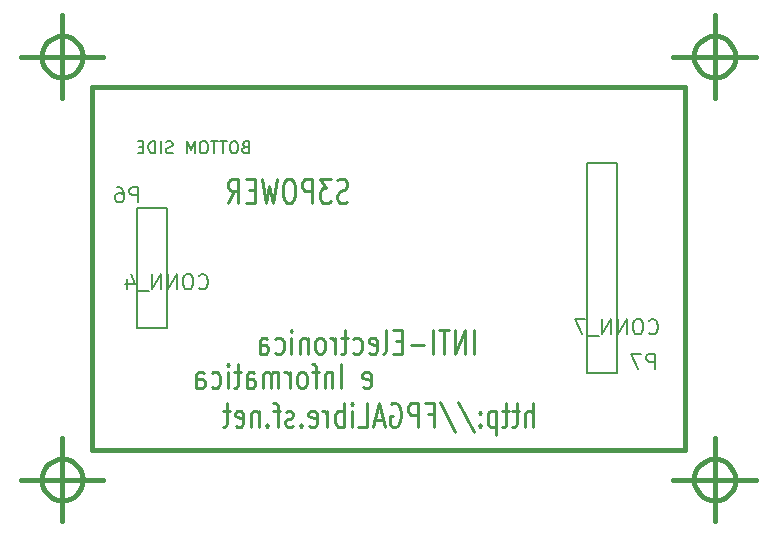
<source format=gbo>
G04 (created by PCBNEW-RS274X (2010-03-14)-final) date mar 08 nov 2011 08:15:05 ART*
G01*
G70*
G90*
%MOIN*%
G04 Gerber Fmt 3.4, Leading zero omitted, Abs format*
%FSLAX34Y34*%
G04 APERTURE LIST*
%ADD10C,0.000100*%
%ADD11C,0.010000*%
%ADD12C,0.006600*%
%ADD13C,0.015000*%
%ADD14C,0.005000*%
%ADD15C,0.008000*%
G04 APERTURE END LIST*
G54D10*
G54D11*
X42142Y-21156D02*
X42199Y-21194D01*
X42313Y-21194D01*
X42370Y-21156D01*
X42399Y-21080D01*
X42399Y-20775D01*
X42370Y-20699D01*
X42313Y-20660D01*
X42199Y-20660D01*
X42142Y-20699D01*
X42113Y-20775D01*
X42113Y-20851D01*
X42399Y-20927D01*
X41399Y-21194D02*
X41399Y-20394D01*
X41113Y-20660D02*
X41113Y-21194D01*
X41113Y-20737D02*
X41085Y-20699D01*
X41027Y-20660D01*
X40942Y-20660D01*
X40885Y-20699D01*
X40856Y-20775D01*
X40856Y-21194D01*
X40656Y-20660D02*
X40427Y-20660D01*
X40570Y-21194D02*
X40570Y-20508D01*
X40542Y-20432D01*
X40484Y-20394D01*
X40427Y-20394D01*
X40141Y-21194D02*
X40199Y-21156D01*
X40227Y-21118D01*
X40256Y-21041D01*
X40256Y-20813D01*
X40227Y-20737D01*
X40199Y-20699D01*
X40141Y-20660D01*
X40056Y-20660D01*
X39999Y-20699D01*
X39970Y-20737D01*
X39941Y-20813D01*
X39941Y-21041D01*
X39970Y-21118D01*
X39999Y-21156D01*
X40056Y-21194D01*
X40141Y-21194D01*
X39684Y-21194D02*
X39684Y-20660D01*
X39684Y-20813D02*
X39656Y-20737D01*
X39627Y-20699D01*
X39570Y-20660D01*
X39513Y-20660D01*
X39313Y-21194D02*
X39313Y-20660D01*
X39313Y-20737D02*
X39285Y-20699D01*
X39227Y-20660D01*
X39142Y-20660D01*
X39085Y-20699D01*
X39056Y-20775D01*
X39056Y-21194D01*
X39056Y-20775D02*
X39027Y-20699D01*
X38970Y-20660D01*
X38885Y-20660D01*
X38827Y-20699D01*
X38799Y-20775D01*
X38799Y-21194D01*
X38256Y-21194D02*
X38256Y-20775D01*
X38285Y-20699D01*
X38342Y-20660D01*
X38456Y-20660D01*
X38513Y-20699D01*
X38256Y-21156D02*
X38313Y-21194D01*
X38456Y-21194D01*
X38513Y-21156D01*
X38542Y-21080D01*
X38542Y-21003D01*
X38513Y-20927D01*
X38456Y-20889D01*
X38313Y-20889D01*
X38256Y-20851D01*
X38056Y-20660D02*
X37827Y-20660D01*
X37970Y-20394D02*
X37970Y-21080D01*
X37942Y-21156D01*
X37884Y-21194D01*
X37827Y-21194D01*
X37627Y-21194D02*
X37627Y-20660D01*
X37627Y-20394D02*
X37656Y-20432D01*
X37627Y-20470D01*
X37599Y-20432D01*
X37627Y-20394D01*
X37627Y-20470D01*
X37084Y-21156D02*
X37141Y-21194D01*
X37255Y-21194D01*
X37313Y-21156D01*
X37341Y-21118D01*
X37370Y-21041D01*
X37370Y-20813D01*
X37341Y-20737D01*
X37313Y-20699D01*
X37255Y-20660D01*
X37141Y-20660D01*
X37084Y-20699D01*
X36570Y-21194D02*
X36570Y-20775D01*
X36599Y-20699D01*
X36656Y-20660D01*
X36770Y-20660D01*
X36827Y-20699D01*
X36570Y-21156D02*
X36627Y-21194D01*
X36770Y-21194D01*
X36827Y-21156D01*
X36856Y-21080D01*
X36856Y-21003D01*
X36827Y-20927D01*
X36770Y-20889D01*
X36627Y-20889D01*
X36570Y-20851D01*
X45831Y-20054D02*
X45831Y-19254D01*
X45545Y-20054D02*
X45545Y-19254D01*
X45202Y-20054D01*
X45202Y-19254D01*
X45002Y-19254D02*
X44659Y-19254D01*
X44830Y-20054D02*
X44830Y-19254D01*
X44459Y-20054D02*
X44459Y-19254D01*
X44173Y-19749D02*
X43716Y-19749D01*
X43430Y-19635D02*
X43230Y-19635D01*
X43144Y-20054D02*
X43430Y-20054D01*
X43430Y-19254D01*
X43144Y-19254D01*
X42801Y-20054D02*
X42859Y-20016D01*
X42887Y-19940D01*
X42887Y-19254D01*
X42345Y-20016D02*
X42402Y-20054D01*
X42516Y-20054D01*
X42573Y-20016D01*
X42602Y-19940D01*
X42602Y-19635D01*
X42573Y-19559D01*
X42516Y-19520D01*
X42402Y-19520D01*
X42345Y-19559D01*
X42316Y-19635D01*
X42316Y-19711D01*
X42602Y-19787D01*
X41802Y-20016D02*
X41859Y-20054D01*
X41973Y-20054D01*
X42031Y-20016D01*
X42059Y-19978D01*
X42088Y-19901D01*
X42088Y-19673D01*
X42059Y-19597D01*
X42031Y-19559D01*
X41973Y-19520D01*
X41859Y-19520D01*
X41802Y-19559D01*
X41631Y-19520D02*
X41402Y-19520D01*
X41545Y-19254D02*
X41545Y-19940D01*
X41517Y-20016D01*
X41459Y-20054D01*
X41402Y-20054D01*
X41202Y-20054D02*
X41202Y-19520D01*
X41202Y-19673D02*
X41174Y-19597D01*
X41145Y-19559D01*
X41088Y-19520D01*
X41031Y-19520D01*
X40745Y-20054D02*
X40803Y-20016D01*
X40831Y-19978D01*
X40860Y-19901D01*
X40860Y-19673D01*
X40831Y-19597D01*
X40803Y-19559D01*
X40745Y-19520D01*
X40660Y-19520D01*
X40603Y-19559D01*
X40574Y-19597D01*
X40545Y-19673D01*
X40545Y-19901D01*
X40574Y-19978D01*
X40603Y-20016D01*
X40660Y-20054D01*
X40745Y-20054D01*
X40288Y-19520D02*
X40288Y-20054D01*
X40288Y-19597D02*
X40260Y-19559D01*
X40202Y-19520D01*
X40117Y-19520D01*
X40060Y-19559D01*
X40031Y-19635D01*
X40031Y-20054D01*
X39745Y-20054D02*
X39745Y-19520D01*
X39745Y-19254D02*
X39774Y-19292D01*
X39745Y-19330D01*
X39717Y-19292D01*
X39745Y-19254D01*
X39745Y-19330D01*
X39202Y-20016D02*
X39259Y-20054D01*
X39373Y-20054D01*
X39431Y-20016D01*
X39459Y-19978D01*
X39488Y-19901D01*
X39488Y-19673D01*
X39459Y-19597D01*
X39431Y-19559D01*
X39373Y-19520D01*
X39259Y-19520D01*
X39202Y-19559D01*
X38688Y-20054D02*
X38688Y-19635D01*
X38717Y-19559D01*
X38774Y-19520D01*
X38888Y-19520D01*
X38945Y-19559D01*
X38688Y-20016D02*
X38745Y-20054D01*
X38888Y-20054D01*
X38945Y-20016D01*
X38974Y-19940D01*
X38974Y-19863D01*
X38945Y-19787D01*
X38888Y-19749D01*
X38745Y-19749D01*
X38688Y-19711D01*
X47799Y-22484D02*
X47799Y-21684D01*
X47542Y-22484D02*
X47542Y-22065D01*
X47571Y-21989D01*
X47628Y-21950D01*
X47713Y-21950D01*
X47771Y-21989D01*
X47799Y-22027D01*
X47342Y-21950D02*
X47113Y-21950D01*
X47256Y-21684D02*
X47256Y-22370D01*
X47228Y-22446D01*
X47170Y-22484D01*
X47113Y-22484D01*
X46999Y-21950D02*
X46770Y-21950D01*
X46913Y-21684D02*
X46913Y-22370D01*
X46885Y-22446D01*
X46827Y-22484D01*
X46770Y-22484D01*
X46570Y-21950D02*
X46570Y-22750D01*
X46570Y-21989D02*
X46513Y-21950D01*
X46399Y-21950D01*
X46342Y-21989D01*
X46313Y-22027D01*
X46284Y-22103D01*
X46284Y-22331D01*
X46313Y-22408D01*
X46342Y-22446D01*
X46399Y-22484D01*
X46513Y-22484D01*
X46570Y-22446D01*
X46027Y-22408D02*
X45999Y-22446D01*
X46027Y-22484D01*
X46056Y-22446D01*
X46027Y-22408D01*
X46027Y-22484D01*
X46027Y-21989D02*
X45999Y-22027D01*
X46027Y-22065D01*
X46056Y-22027D01*
X46027Y-21989D01*
X46027Y-22065D01*
X45313Y-21646D02*
X45827Y-22674D01*
X44684Y-21646D02*
X45198Y-22674D01*
X44283Y-22065D02*
X44483Y-22065D01*
X44483Y-22484D02*
X44483Y-21684D01*
X44197Y-21684D01*
X43969Y-22484D02*
X43969Y-21684D01*
X43741Y-21684D01*
X43683Y-21722D01*
X43655Y-21760D01*
X43626Y-21836D01*
X43626Y-21950D01*
X43655Y-22027D01*
X43683Y-22065D01*
X43741Y-22103D01*
X43969Y-22103D01*
X43055Y-21722D02*
X43112Y-21684D01*
X43198Y-21684D01*
X43283Y-21722D01*
X43341Y-21798D01*
X43369Y-21874D01*
X43398Y-22027D01*
X43398Y-22141D01*
X43369Y-22293D01*
X43341Y-22370D01*
X43283Y-22446D01*
X43198Y-22484D01*
X43141Y-22484D01*
X43055Y-22446D01*
X43026Y-22408D01*
X43026Y-22141D01*
X43141Y-22141D01*
X42798Y-22255D02*
X42512Y-22255D01*
X42855Y-22484D02*
X42655Y-21684D01*
X42455Y-22484D01*
X41969Y-22484D02*
X42255Y-22484D01*
X42255Y-21684D01*
X41769Y-22484D02*
X41769Y-21950D01*
X41769Y-21684D02*
X41798Y-21722D01*
X41769Y-21760D01*
X41741Y-21722D01*
X41769Y-21684D01*
X41769Y-21760D01*
X41483Y-22484D02*
X41483Y-21684D01*
X41483Y-21989D02*
X41426Y-21950D01*
X41312Y-21950D01*
X41255Y-21989D01*
X41226Y-22027D01*
X41197Y-22103D01*
X41197Y-22331D01*
X41226Y-22408D01*
X41255Y-22446D01*
X41312Y-22484D01*
X41426Y-22484D01*
X41483Y-22446D01*
X40940Y-22484D02*
X40940Y-21950D01*
X40940Y-22103D02*
X40912Y-22027D01*
X40883Y-21989D01*
X40826Y-21950D01*
X40769Y-21950D01*
X40341Y-22446D02*
X40398Y-22484D01*
X40512Y-22484D01*
X40569Y-22446D01*
X40598Y-22370D01*
X40598Y-22065D01*
X40569Y-21989D01*
X40512Y-21950D01*
X40398Y-21950D01*
X40341Y-21989D01*
X40312Y-22065D01*
X40312Y-22141D01*
X40598Y-22217D01*
X40055Y-22408D02*
X40027Y-22446D01*
X40055Y-22484D01*
X40084Y-22446D01*
X40055Y-22408D01*
X40055Y-22484D01*
X39798Y-22446D02*
X39741Y-22484D01*
X39626Y-22484D01*
X39569Y-22446D01*
X39541Y-22370D01*
X39541Y-22331D01*
X39569Y-22255D01*
X39626Y-22217D01*
X39712Y-22217D01*
X39769Y-22179D01*
X39798Y-22103D01*
X39798Y-22065D01*
X39769Y-21989D01*
X39712Y-21950D01*
X39626Y-21950D01*
X39569Y-21989D01*
X39369Y-21950D02*
X39140Y-21950D01*
X39283Y-22484D02*
X39283Y-21798D01*
X39255Y-21722D01*
X39197Y-21684D01*
X39140Y-21684D01*
X38940Y-22408D02*
X38912Y-22446D01*
X38940Y-22484D01*
X38969Y-22446D01*
X38940Y-22408D01*
X38940Y-22484D01*
X38654Y-21950D02*
X38654Y-22484D01*
X38654Y-22027D02*
X38626Y-21989D01*
X38568Y-21950D01*
X38483Y-21950D01*
X38426Y-21989D01*
X38397Y-22065D01*
X38397Y-22484D01*
X37883Y-22446D02*
X37940Y-22484D01*
X38054Y-22484D01*
X38111Y-22446D01*
X38140Y-22370D01*
X38140Y-22065D01*
X38111Y-21989D01*
X38054Y-21950D01*
X37940Y-21950D01*
X37883Y-21989D01*
X37854Y-22065D01*
X37854Y-22141D01*
X38140Y-22217D01*
X37683Y-21950D02*
X37454Y-21950D01*
X37597Y-21684D02*
X37597Y-22370D01*
X37569Y-22446D01*
X37511Y-22484D01*
X37454Y-22484D01*
X41606Y-14986D02*
X41520Y-15024D01*
X41377Y-15024D01*
X41320Y-14986D01*
X41291Y-14948D01*
X41263Y-14871D01*
X41263Y-14795D01*
X41291Y-14719D01*
X41320Y-14681D01*
X41377Y-14643D01*
X41491Y-14605D01*
X41549Y-14567D01*
X41577Y-14529D01*
X41606Y-14452D01*
X41606Y-14376D01*
X41577Y-14300D01*
X41549Y-14262D01*
X41491Y-14224D01*
X41349Y-14224D01*
X41263Y-14262D01*
X41063Y-14224D02*
X40692Y-14224D01*
X40892Y-14529D01*
X40806Y-14529D01*
X40749Y-14567D01*
X40720Y-14605D01*
X40692Y-14681D01*
X40692Y-14871D01*
X40720Y-14948D01*
X40749Y-14986D01*
X40806Y-15024D01*
X40978Y-15024D01*
X41035Y-14986D01*
X41063Y-14948D01*
X40435Y-15024D02*
X40435Y-14224D01*
X40207Y-14224D01*
X40149Y-14262D01*
X40121Y-14300D01*
X40092Y-14376D01*
X40092Y-14490D01*
X40121Y-14567D01*
X40149Y-14605D01*
X40207Y-14643D01*
X40435Y-14643D01*
X39721Y-14224D02*
X39607Y-14224D01*
X39549Y-14262D01*
X39492Y-14338D01*
X39464Y-14490D01*
X39464Y-14757D01*
X39492Y-14910D01*
X39549Y-14986D01*
X39607Y-15024D01*
X39721Y-15024D01*
X39778Y-14986D01*
X39835Y-14910D01*
X39864Y-14757D01*
X39864Y-14490D01*
X39835Y-14338D01*
X39778Y-14262D01*
X39721Y-14224D01*
X39263Y-14224D02*
X39120Y-15024D01*
X39006Y-14452D01*
X38892Y-15024D01*
X38749Y-14224D01*
X38520Y-14605D02*
X38320Y-14605D01*
X38234Y-15024D02*
X38520Y-15024D01*
X38520Y-14224D01*
X38234Y-14224D01*
X37634Y-15024D02*
X37834Y-14643D01*
X37977Y-15024D02*
X37977Y-14224D01*
X37749Y-14224D01*
X37691Y-14262D01*
X37663Y-14300D01*
X37634Y-14376D01*
X37634Y-14490D01*
X37663Y-14567D01*
X37691Y-14605D01*
X37749Y-14643D01*
X37977Y-14643D01*
G54D12*
X38206Y-13163D02*
X38150Y-13182D01*
X38131Y-13201D01*
X38112Y-13238D01*
X38112Y-13294D01*
X38131Y-13332D01*
X38150Y-13351D01*
X38187Y-13369D01*
X38337Y-13369D01*
X38337Y-12975D01*
X38206Y-12975D01*
X38168Y-12994D01*
X38150Y-13013D01*
X38131Y-13051D01*
X38131Y-13088D01*
X38150Y-13126D01*
X38168Y-13144D01*
X38206Y-13163D01*
X38337Y-13163D01*
X37868Y-12975D02*
X37793Y-12975D01*
X37756Y-12994D01*
X37718Y-13032D01*
X37699Y-13107D01*
X37699Y-13238D01*
X37718Y-13313D01*
X37756Y-13351D01*
X37793Y-13369D01*
X37868Y-13369D01*
X37906Y-13351D01*
X37943Y-13313D01*
X37962Y-13238D01*
X37962Y-13107D01*
X37943Y-13032D01*
X37906Y-12994D01*
X37868Y-12975D01*
X37586Y-12975D02*
X37361Y-12975D01*
X37474Y-13369D02*
X37474Y-12975D01*
X37286Y-12975D02*
X37061Y-12975D01*
X37174Y-13369D02*
X37174Y-12975D01*
X36855Y-12975D02*
X36780Y-12975D01*
X36743Y-12994D01*
X36705Y-13032D01*
X36686Y-13107D01*
X36686Y-13238D01*
X36705Y-13313D01*
X36743Y-13351D01*
X36780Y-13369D01*
X36855Y-13369D01*
X36893Y-13351D01*
X36930Y-13313D01*
X36949Y-13238D01*
X36949Y-13107D01*
X36930Y-13032D01*
X36893Y-12994D01*
X36855Y-12975D01*
X36517Y-13369D02*
X36517Y-12975D01*
X36386Y-13257D01*
X36255Y-12975D01*
X36255Y-13369D01*
X35786Y-13351D02*
X35730Y-13369D01*
X35636Y-13369D01*
X35598Y-13351D01*
X35580Y-13332D01*
X35561Y-13294D01*
X35561Y-13257D01*
X35580Y-13219D01*
X35598Y-13201D01*
X35636Y-13182D01*
X35711Y-13163D01*
X35748Y-13144D01*
X35767Y-13126D01*
X35786Y-13088D01*
X35786Y-13051D01*
X35767Y-13013D01*
X35748Y-12994D01*
X35711Y-12975D01*
X35617Y-12975D01*
X35561Y-12994D01*
X35392Y-13369D02*
X35392Y-12975D01*
X35204Y-13369D02*
X35204Y-12975D01*
X35110Y-12975D01*
X35054Y-12994D01*
X35017Y-13032D01*
X34998Y-13069D01*
X34979Y-13144D01*
X34979Y-13201D01*
X34998Y-13276D01*
X35017Y-13313D01*
X35054Y-13351D01*
X35110Y-13369D01*
X35204Y-13369D01*
X34810Y-13163D02*
X34679Y-13163D01*
X34623Y-13369D02*
X34810Y-13369D01*
X34810Y-12975D01*
X34623Y-12975D01*
G54D13*
X32789Y-10150D02*
X32775Y-10283D01*
X32737Y-10412D01*
X32673Y-10531D01*
X32588Y-10635D01*
X32485Y-10721D01*
X32366Y-10785D01*
X32238Y-10824D01*
X32104Y-10838D01*
X31971Y-10826D01*
X31842Y-10788D01*
X31723Y-10726D01*
X31618Y-10642D01*
X31532Y-10539D01*
X31467Y-10421D01*
X31427Y-10293D01*
X31412Y-10159D01*
X31423Y-10026D01*
X31460Y-09897D01*
X31521Y-09777D01*
X31605Y-09672D01*
X31707Y-09585D01*
X31825Y-09519D01*
X31953Y-09478D01*
X32086Y-09462D01*
X32219Y-09472D01*
X32349Y-09508D01*
X32469Y-09569D01*
X32575Y-09652D01*
X32663Y-09753D01*
X32729Y-09870D01*
X32771Y-09998D01*
X32788Y-10131D01*
X32789Y-10150D01*
X30722Y-10150D02*
X33478Y-10150D01*
X32100Y-08772D02*
X32100Y-11528D01*
X32789Y-24250D02*
X32775Y-24383D01*
X32737Y-24512D01*
X32673Y-24631D01*
X32588Y-24735D01*
X32485Y-24821D01*
X32366Y-24885D01*
X32238Y-24924D01*
X32104Y-24938D01*
X31971Y-24926D01*
X31842Y-24888D01*
X31723Y-24826D01*
X31618Y-24742D01*
X31532Y-24639D01*
X31467Y-24521D01*
X31427Y-24393D01*
X31412Y-24259D01*
X31423Y-24126D01*
X31460Y-23997D01*
X31521Y-23877D01*
X31605Y-23772D01*
X31707Y-23685D01*
X31825Y-23619D01*
X31953Y-23578D01*
X32086Y-23562D01*
X32219Y-23572D01*
X32349Y-23608D01*
X32469Y-23669D01*
X32575Y-23752D01*
X32663Y-23853D01*
X32729Y-23970D01*
X32771Y-24098D01*
X32788Y-24231D01*
X32789Y-24250D01*
X30722Y-24250D02*
X33478Y-24250D01*
X32100Y-22872D02*
X32100Y-25628D01*
X54539Y-24250D02*
X54525Y-24383D01*
X54487Y-24512D01*
X54423Y-24631D01*
X54338Y-24735D01*
X54235Y-24821D01*
X54116Y-24885D01*
X53988Y-24924D01*
X53854Y-24938D01*
X53721Y-24926D01*
X53592Y-24888D01*
X53473Y-24826D01*
X53368Y-24742D01*
X53282Y-24639D01*
X53217Y-24521D01*
X53177Y-24393D01*
X53162Y-24259D01*
X53173Y-24126D01*
X53210Y-23997D01*
X53271Y-23877D01*
X53355Y-23772D01*
X53457Y-23685D01*
X53575Y-23619D01*
X53703Y-23578D01*
X53836Y-23562D01*
X53969Y-23572D01*
X54099Y-23608D01*
X54219Y-23669D01*
X54325Y-23752D01*
X54413Y-23853D01*
X54479Y-23970D01*
X54521Y-24098D01*
X54538Y-24231D01*
X54539Y-24250D01*
X52472Y-24250D02*
X55228Y-24250D01*
X53850Y-22872D02*
X53850Y-25628D01*
X54539Y-10150D02*
X54525Y-10283D01*
X54487Y-10412D01*
X54423Y-10531D01*
X54338Y-10635D01*
X54235Y-10721D01*
X54116Y-10785D01*
X53988Y-10824D01*
X53854Y-10838D01*
X53721Y-10826D01*
X53592Y-10788D01*
X53473Y-10726D01*
X53368Y-10642D01*
X53282Y-10539D01*
X53217Y-10421D01*
X53177Y-10293D01*
X53162Y-10159D01*
X53173Y-10026D01*
X53210Y-09897D01*
X53271Y-09777D01*
X53355Y-09672D01*
X53457Y-09585D01*
X53575Y-09519D01*
X53703Y-09478D01*
X53836Y-09462D01*
X53969Y-09472D01*
X54099Y-09508D01*
X54219Y-09569D01*
X54325Y-09652D01*
X54413Y-09753D01*
X54479Y-09870D01*
X54521Y-09998D01*
X54538Y-10131D01*
X54539Y-10150D01*
X52472Y-10150D02*
X55228Y-10150D01*
X53850Y-08772D02*
X53850Y-11528D01*
X52850Y-23250D02*
X33100Y-23250D01*
X33100Y-11150D02*
X52850Y-11150D01*
X33100Y-23250D02*
X33100Y-11150D01*
X52850Y-11150D02*
X52850Y-23250D01*
G54D14*
X49600Y-20700D02*
X50600Y-20700D01*
X50600Y-20700D02*
X50600Y-13700D01*
X50600Y-13700D02*
X49600Y-13700D01*
X49600Y-13700D02*
X49600Y-20700D01*
X34600Y-19200D02*
X35600Y-19200D01*
X35600Y-19200D02*
X35600Y-15200D01*
X35600Y-15200D02*
X34600Y-15200D01*
X34600Y-15200D02*
X34600Y-19200D01*
G54D15*
X51859Y-20552D02*
X51859Y-20052D01*
X51668Y-20052D01*
X51621Y-20076D01*
X51597Y-20100D01*
X51573Y-20148D01*
X51573Y-20219D01*
X51597Y-20267D01*
X51621Y-20290D01*
X51668Y-20314D01*
X51859Y-20314D01*
X51407Y-20052D02*
X51073Y-20052D01*
X51288Y-20552D01*
X51659Y-19355D02*
X51683Y-19379D01*
X51754Y-19402D01*
X51802Y-19402D01*
X51874Y-19379D01*
X51921Y-19331D01*
X51945Y-19283D01*
X51969Y-19188D01*
X51969Y-19117D01*
X51945Y-19021D01*
X51921Y-18974D01*
X51874Y-18926D01*
X51802Y-18902D01*
X51754Y-18902D01*
X51683Y-18926D01*
X51659Y-18950D01*
X51350Y-18902D02*
X51254Y-18902D01*
X51207Y-18926D01*
X51159Y-18974D01*
X51135Y-19069D01*
X51135Y-19236D01*
X51159Y-19331D01*
X51207Y-19379D01*
X51254Y-19402D01*
X51350Y-19402D01*
X51397Y-19379D01*
X51445Y-19331D01*
X51469Y-19236D01*
X51469Y-19069D01*
X51445Y-18974D01*
X51397Y-18926D01*
X51350Y-18902D01*
X50921Y-19402D02*
X50921Y-18902D01*
X50635Y-19402D01*
X50635Y-18902D01*
X50397Y-19402D02*
X50397Y-18902D01*
X50111Y-19402D01*
X50111Y-18902D01*
X49992Y-19450D02*
X49611Y-19450D01*
X49540Y-18902D02*
X49206Y-18902D01*
X49421Y-19402D01*
X34629Y-15002D02*
X34629Y-14502D01*
X34438Y-14502D01*
X34391Y-14526D01*
X34367Y-14550D01*
X34343Y-14598D01*
X34343Y-14669D01*
X34367Y-14717D01*
X34391Y-14740D01*
X34438Y-14764D01*
X34629Y-14764D01*
X33915Y-14502D02*
X34010Y-14502D01*
X34058Y-14526D01*
X34081Y-14550D01*
X34129Y-14621D01*
X34153Y-14717D01*
X34153Y-14907D01*
X34129Y-14955D01*
X34105Y-14979D01*
X34058Y-15002D01*
X33962Y-15002D01*
X33915Y-14979D01*
X33891Y-14955D01*
X33867Y-14907D01*
X33867Y-14788D01*
X33891Y-14740D01*
X33915Y-14717D01*
X33962Y-14693D01*
X34058Y-14693D01*
X34105Y-14717D01*
X34129Y-14740D01*
X34153Y-14788D01*
X36659Y-17855D02*
X36683Y-17879D01*
X36754Y-17902D01*
X36802Y-17902D01*
X36874Y-17879D01*
X36921Y-17831D01*
X36945Y-17783D01*
X36969Y-17688D01*
X36969Y-17617D01*
X36945Y-17521D01*
X36921Y-17474D01*
X36874Y-17426D01*
X36802Y-17402D01*
X36754Y-17402D01*
X36683Y-17426D01*
X36659Y-17450D01*
X36350Y-17402D02*
X36254Y-17402D01*
X36207Y-17426D01*
X36159Y-17474D01*
X36135Y-17569D01*
X36135Y-17736D01*
X36159Y-17831D01*
X36207Y-17879D01*
X36254Y-17902D01*
X36350Y-17902D01*
X36397Y-17879D01*
X36445Y-17831D01*
X36469Y-17736D01*
X36469Y-17569D01*
X36445Y-17474D01*
X36397Y-17426D01*
X36350Y-17402D01*
X35921Y-17902D02*
X35921Y-17402D01*
X35635Y-17902D01*
X35635Y-17402D01*
X35397Y-17902D02*
X35397Y-17402D01*
X35111Y-17902D01*
X35111Y-17402D01*
X34992Y-17950D02*
X34611Y-17950D01*
X34278Y-17569D02*
X34278Y-17902D01*
X34397Y-17379D02*
X34516Y-17736D01*
X34206Y-17736D01*
M02*

</source>
